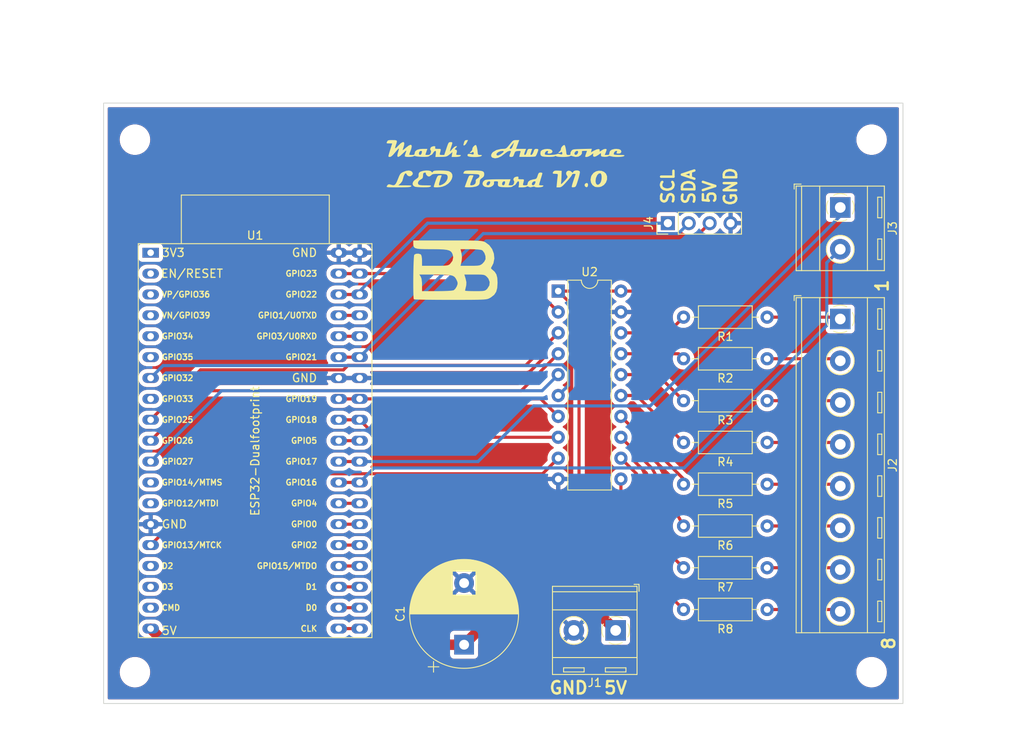
<source format=kicad_pcb>
(kicad_pcb (version 20211014) (generator pcbnew)
  (layers (0 "F.Cu" signal) (31 "B.Cu" signal) (34 "B.Paste" user) (35 "F.Paste" user) (36 "B.SilkS" user "B.Silkscreen") (37 "F.SilkS" user "F.Silkscreen") (38 "B.Mask" user) (39 "F.Mask" user) (44 "Edge.Cuts" user))
  (net 0 "")
  (net 1 "+5V")
  (net 2 "GND")
  (net 3 "Net-(J2-Pad1)")
  (net 4 "Net-(J2-Pad2)")
  (net 5 "Net-(J2-Pad3)")
  (net 6 "Net-(J2-Pad4)")
  (net 7 "Net-(J2-Pad5)")
  (net 8 "Net-(J2-Pad6)")
  (net 9 "Net-(J2-Pad7)")
  (net 10 "Net-(J2-Pad8)")
  (net 11 "Net-(U1-Pad27)")
  (net 12 "Net-(U1-Pad28)")
  (net 13 "Net-(U1-Pad36)")
  (net 14 "Net-(U1-Pad33)")
  (net 15 "Net-(R1-Pad2)")
  (net 16 "Net-(R2-Pad2)")
  (net 17 "Net-(R3-Pad2)")
  (net 18 "Net-(R4-Pad2)")
  (net 19 "Net-(R5-Pad2)")
  (net 20 "Net-(R6-Pad2)")
  (net 21 "Net-(R7-Pad2)")
  (net 22 "Net-(R8-Pad2)")
  (net 29 "Net-(U2-Pad6)")
  (net 31 "Net-(U2-Pad3)")
  (net 32 "Net-(U2-Pad4)")
  (net 33 "Net-(U2-Pad5)")
  (net 36 "Net-(U2-Pad9)")
  (net 40 "unconnected-(U1-Pad20)")
  (net 41 "unconnected-(U1-Pad21)")
  (net 42 "unconnected-(U1-Pad22)")
  (net 43 "unconnected-(U1-Pad23)")
  (net 44 "unconnected-(U1-Pad24)")
  (net 45 "unconnected-(U1-Pad25)")
  (net 46 "unconnected-(U1-Pad26)")
  (net 47 "unconnected-(U1-Pad29)")
  (net 48 "Net-(U2-Pad8)")
  (net 49 "Net-(U2-Pad7)")
  (net 50 "unconnected-(U1-Pad34)")
  (net 51 "unconnected-(U1-Pad35)")
  (net 52 "Net-(U2-Pad2)")
  (footprint "Resistor_THT:R_Axial_DIN0207_L6.3mm_D2.5mm_P10.16mm_Horizontal" (layer "F.Cu") (at 177.8 93.325 180)
    (fp_text reference "R2" (at 5.08 -2.37) (layer "F.SilkS"))
    (fp_text value "220")
    (pad "1" thru_hole circle (at 0 0 180) (size 1.6 1.6) (drill 0.8) (layers *.Cu *.Mask) (net 4 "Net-(J2-Pad2)"))
    (pad "2" thru_hole oval (at 10.16 0 180) (size 1.6 1.6) (drill 0.8) (layers *.Cu *.Mask) (net 16 "Net-(R2-Pad2)"))
  )
  (footprint "TerminalBlock_RND:TerminalBlock_RND_205-00293_1x08_P5.08mm_Horizontal" (layer "F.Cu") (at 186.69 88.49 -90)
    (fp_text reference "J2" (at 17.78 -6.36 90) (layer "F.SilkS"))
    (fp_text value "Screw_Terminal_01x08")
    (pad "1" thru_hole rect (at 0 0 270) (size 2.5 2.5) (drill 1.3) (layers *.Cu *.Mask) (net 3 "Net-(J2-Pad1)"))
    (pad "2" thru_hole circle (at 5.08 0 270) (size 2.5 2.5) (drill 1.3) (layers *.Cu *.Mask) (net 4 "Net-(J2-Pad2)"))
    (pad "3" thru_hole circle (at 10.16 0 270) (size 2.5 2.5) (drill 1.3) (layers *.Cu *.Mask) (net 5 "Net-(J2-Pad3)"))
    (pad "4" thru_hole circle (at 15.24 0 270) (size 2.5 2.5) (drill 1.3) (layers *.Cu *.Mask) (net 6 "Net-(J2-Pad4)"))
    (pad "5" thru_hole circle (at 20.32 0 270) (size 2.5 2.5) (drill 1.3) (layers *.Cu *.Mask) (net 7 "Net-(J2-Pad5)"))
    (pad "6" thru_hole circle (at 25.4 0 270) (size 2.5 2.5) (drill 1.3) (layers *.Cu *.Mask) (net 8 "Net-(J2-Pad6)"))
    (pad "7" thru_hole circle (at 30.48 0 270) (size 2.5 2.5) (drill 1.3) (layers *.Cu *.Mask) (net 9 "Net-(J2-Pad7)"))
    (pad "8" thru_hole circle (at 35.56 0 270) (size 2.5 2.5) (drill 1.3) (layers *.Cu *.Mask) (net 10 "Net-(J2-Pad8)"))
  )
  (footprint "TerminalBlock_RND:TerminalBlock_RND_205-00287_1x02_P5.08mm_Horizontal" (layer "F.Cu") (at 186.69 74.925 -90)
    (fp_text reference "J3" (at 2.54 -6.36 90) (layer "F.SilkS"))
    (fp_text value "Screw_Terminal_01x02")
    (pad "1" thru_hole rect (at 0 0 270) (size 2.5 2.5) (drill 1.3) (layers *.Cu *.Mask) (net 12 "Net-(U1-Pad28)"))
    (pad "2" thru_hole circle (at 5.08 0 270) (size 2.5 2.5) (drill 1.3) (layers *.Cu *.Mask) (net 11 "Net-(U1-Pad27)"))
  )
  (footprint "Resistor_THT:R_Axial_DIN0207_L6.3mm_D2.5mm_P10.16mm_Horizontal" (layer "F.Cu") (at 177.8 118.745 180)
    (fp_text reference "R7" (at 5.08 -2.37) (layer "F.SilkS"))
    (fp_text value "220")
    (pad "1" thru_hole circle (at 0 0 180) (size 1.6 1.6) (drill 0.8) (layers *.Cu *.Mask) (net 9 "Net-(J2-Pad7)"))
    (pad "2" thru_hole oval (at 10.16 0 180) (size 1.6 1.6) (drill 0.8) (layers *.Cu *.Mask) (net 21 "Net-(R7-Pad2)"))
  )
  (footprint "Resistor_THT:R_Axial_DIN0207_L6.3mm_D2.5mm_P10.16mm_Horizontal" (layer "F.Cu") (at 177.8 113.665 180)
    (fp_text reference "R6" (at 5.08 -2.37) (layer "F.SilkS"))
    (fp_text value "220")
    (pad "1" thru_hole circle (at 0 0 180) (size 1.6 1.6) (drill 0.8) (layers *.Cu *.Mask) (net 8 "Net-(J2-Pad6)"))
    (pad "2" thru_hole oval (at 10.16 0 180) (size 1.6 1.6) (drill 0.8) (layers *.Cu *.Mask) (net 20 "Net-(R6-Pad2)"))
  )
  (footprint "Connector_PinHeader_2.54mm:PinHeader_1x04_P2.54mm_Vertical" (layer "F.Cu") (at 165.735 76.835 90)
    (fp_text reference "J4" (at 0 -2.33 90) (layer "F.SilkS"))
    (fp_text value "Conn_01x04_Male")
    (pad "1" thru_hole rect (at 0 0 90) (size 1.7 1.7) (drill 1) (layers *.Cu *.Mask) (net 13 "Net-(U1-Pad36)"))
    (pad "2" thru_hole oval (at 0 2.54 90) (size 1.7 1.7) (drill 1) (layers *.Cu *.Mask) (net 14 "Net-(U1-Pad33)"))
    (pad "3" thru_hole oval (at 0 5.08 90) (size 1.7 1.7) (drill 1) (layers *.Cu *.Mask) (net 1 "+5V"))
    (pad "4" thru_hole oval (at 0 7.62 90) (size 1.7 1.7) (drill 1) (layers *.Cu *.Mask) (net 2 "GND"))
  )
  (footprint "Resistor_THT:R_Axial_DIN0207_L6.3mm_D2.5mm_P10.16mm_Horizontal" (layer "F.Cu") (at 177.8 98.425 180)
    (fp_text reference "R3" (at 5.08 -2.37) (layer "F.SilkS"))
    (fp_text value "220")
    (pad "1" thru_hole circle (at 0 0 180) (size 1.6 1.6) (drill 0.8) (layers *.Cu *.Mask) (net 5 "Net-(J2-Pad3)"))
    (pad "2" thru_hole oval (at 10.16 0 180) (size 1.6 1.6) (drill 0.8) (layers *.Cu *.Mask) (net 17 "Net-(R3-Pad2)"))
  )
  (footprint "ESP_LED:MarksLogo" (layer "F.Cu") (at 146.05 69.85)
    (fp_text reference "G***" hide)
    (fp_text value "LOGO" hide)
  )
  (footprint "MountingHole:MountingHole_2.7mm" (layer "F.Cu") (at 100.965 131.445)
    (fp_text reference "REF**" hide)
    (fp_text value "MountingHole_2.7mm")
    (pad "" np_thru_hole circle (at 0 0) (size 2.7 2.7) (drill 2.7) (layers *.Cu *.Mask))
  )
  (footprint "MountingHole:MountingHole_2.7mm" (layer "F.Cu") (at 190.5 66.675)
    (fp_text reference "REF**" hide)
    (fp_text value "MountingHole_2.7mm")
    (pad "" np_thru_hole circle (at 0 0) (size 2.7 2.7) (drill 2.7) (layers F&B.Cu *.Mask))
  )
  (footprint "MountingHole:MountingHole_2.7mm" (layer "F.Cu") (at 190.5 131.445)
    (fp_text reference "REF**" hide)
    (fp_text value "MountingHole_2.7mm")
    (pad "" np_thru_hole circle (at 0 0) (size 2.7 2.7) (drill 2.7) (layers F&B.Cu *.Mask))
  )
  (footprint "Resistor_THT:R_Axial_DIN0207_L6.3mm_D2.5mm_P10.16mm_Horizontal" (layer "F.Cu") (at 177.8 108.585 180)
    (fp_text reference "R5" (at 5.08 -2.37) (layer "F.SilkS"))
    (fp_text value "220")
    (pad "1" thru_hole circle (at 0 0 180) (size 1.6 1.6) (drill 0.8) (layers *.Cu *.Mask) (net 7 "Net-(J2-Pad5)"))
    (pad "2" thru_hole oval (at 10.16 0 180) (size 1.6 1.6) (drill 0.8) (layers *.Cu *.Mask) (net 19 "Net-(R5-Pad2)"))
  )
  (footprint "MountingHole:MountingHole_2.7mm" (layer "F.Cu") (at 100.965 66.675)
    (fp_text reference "REF**" hide)
    (fp_text value "MountingHole_2.7mm")
    (pad "" np_thru_hole circle (at 0 0) (size 2.7 2.7) (drill 2.7) (layers F&B.Cu *.Mask))
  )
  (footprint "Capacitor_THT:CP_Radial_D13.0mm_P7.50mm" (layer "F.Cu") (at 140.97 128.105864 90)
    (fp_text reference "C1" (at 3.75 -7.75 90) (layer "F.SilkS"))
    (fp_text value "C_Polarized 470 uF")
    (pad "1" thru_hole rect (at 0 0 90) (size 2.4 2.4) (drill 1.2) (layers *.Cu *.Mask) (net 1 "+5V"))
    (pad "2" thru_hole circle (at 7.5 0 90) (size 2.4 2.4) (drill 1.2) (layers *.Cu *.Mask) (net 2 "GND"))
  )
  (footprint "Resistor_THT:R_Axial_DIN0207_L6.3mm_D2.5mm_P10.16mm_Horizontal" (layer "F.Cu") (at 177.8 123.825 180)
    (fp_text reference "R8" (at 5.08 -2.37) (layer "F.SilkS"))
    (fp_text value "220")
    (pad "1" thru_hole circle (at 0 0 180) (size 1.6 1.6) (drill 0.8) (layers *.Cu *.Mask) (net 10 "Net-(J2-Pad8)"))
    (pad "2" thru_hole oval (at 10.16 0 180) (size 1.6 1.6) (drill 0.8) (layers *.Cu *.Mask) (net 22 "Net-(R8-Pad2)"))
  )
  (footprint "Package_DIP:DIP-20_W7.62mm" (layer "F.Cu") (at 152.41 85.095)
    (fp_text reference "U2" (at 3.81 -2.33) (layer "F.SilkS"))
    (fp_text value "74AHCT245")
    (pad "1" thru_hole rect (at 0 0) (size 1.6 1.6) (drill 0.8) (layers *.Cu *.Mask) (net 1 "+5V"))
    (pad "2" thru_hole oval (at 0 2.54) (size 1.6 1.6) (drill 0.8) (layers *.Cu *.Mask) (net 52 "Net-(U2-Pad2)"))
    (pad "3" thru_hole oval (at 0 5.08) (size 1.6 1.6) (drill 0.8) (layers *.Cu *.Mask) (net 31 "Net-(U2-Pad3)"))
    (pad "4" thru_hole oval (at 0 7.62) (size 1.6 1.6) (drill 0.8) (layers *.Cu *.Mask) (net 32 "Net-(U2-Pad4)"))
    (pad "5" thru_hole oval (at 0 10.16) (size 1.6 1.6) (drill 0.8) (layers *.Cu *.Mask) (net 33 "Net-(U2-Pad5)"))
    (pad "6" thru_hole oval (at 0 12.7) (size 1.6 1.6) (drill 0.8) (layers *.Cu *.Mask) (net 29 "Net-(U2-Pad6)"))
    (pad "7" thru_hole oval (at 0 15.24) (size 1.6 1.6) (drill 0.8) (layers *.Cu *.Mask) (net 49 "Net-(U2-Pad7)"))
    (pad "8" thru_hole oval (at 0 17.78) (size 1.6 1.6) (drill 0.8) (layers *.Cu *.Mask) (net 48 "Net-(U2-Pad8)"))
    (pad "9" thru_hole oval (at 0 20.32) (size 1.6 1.6) (drill 0.8) (layers *.Cu *.Mask) (net 36 "Net-(U2-Pad9)"))
    (pad "10" thru_hole oval (at 0 22.86) (size 1.6 1.6) (drill 0.8) (layers *.Cu *.Mask) (net 2 "GND"))
    (pad "11" thru_hole oval (at 7.62 22.86) (size 1.6 1.6) (drill 0.8) (layers *.Cu *.Mask) (net 22 "Net-(R8-Pad2)"))
    (pad "12" thru_hole oval (at 7.62 20.32) (size 1.6 1.6) (drill 0.8) (layers *.Cu *.Mask) (net 21 "Net-(R7-Pad2)"))
    (pad "13" thru_hole oval (at 7.62 17.78) (size 1.6 1.6) (drill 0.8) (layers *.Cu *.Mask) (net 20 "Net-(R6-Pad2)"))
    (pad "14" thru_hole oval (at 7.62 15.24) (size 1.6 1.6) (drill 0.8) (layers *.Cu *.Mask) (net 19 "Net-(R5-Pad2)"))
    (pad "15" thru_hole oval (at 7.62 12.7) (size 1.6 1.6) (drill 0.8) (layers *.Cu *.Mask) (net 18 "Net-(R4-Pad2)"))
    (pad "16" thru_hole oval (at 7.62 10.16) (size 1.6 1.6) (drill 0.8) (layers *.Cu *.Mask) (net 17 "Net-(R3-Pad2)"))
    (pad "17" thru_hole oval (at 7.62 7.62) (size 1.6 1.6) (drill 0.8) (layers *.Cu *.Mask) (net 16 "Net-(R2-Pad2)"))
    (pad "18" thru_hole oval (at 7.62 5.08) (size 1.6 1.6) (drill 0.8) (layers *.Cu *.Mask) (net 15 "Net-(R1-Pad2)"))
    (pad "19" thru_hole oval (at 7.62 2.54) (size 1.6 1.6) (drill 0.8) (layers *.Cu *.Mask) (net 2 "GND"))
    (pad "20" thru_hole oval (at 7.62 0) (size 1.6 1.6) (drill 0.8) (layers *.Cu *.Mask) (net 1 "+5V"))
  )
  (footprint "Resistor_THT:R_Axial_DIN0207_L6.3mm_D2.5mm_P10.16mm_Horizontal" (layer "F.Cu") (at 177.8 88.265 180)
    (fp_text reference "R1" (at 5.08 -2.37) (layer "F.SilkS"))
    (fp_text value "220")
    (pad "1" thru_hole circle (at 0 0 180) (size 1.6 1.6) (drill 0.8) (layers *.Cu *.Mask) (net 3 "Net-(J2-Pad1)"))
    (pad "2" thru_hole oval (at 10.16 0 180) (size 1.6 1.6) (drill 0.8) (layers *.Cu *.Mask) (net 15 "Net-(R1-Pad2)"))
  )
  (footprint "Espressif:ESP32-DualFootprint" (layer "F.Cu") (at 102.87 80.42656)
    (fp_text reference "U1" (at 12.7 -2.1) (layer "F.SilkS"))
    (fp_text value "ESP32-Dualfootprint" (at 12.7 24.13 90) (layer "F.SilkS"))
    (fp_text user "GND" (at 1.27 33.02 unlocked) (layer "F.SilkS") (effects (justify left)))
    (fp_text user "GPIO18" (at 20.32 20.32 unlocked) (layer "F.SilkS") (effects (font (size 0.7 0.7)) (justify right)))
    (fp_text user "GPIO34" (at 1.27 10.16 unlocked) (layer "F.SilkS") (effects (font (size 0.7 0.7)) (justify left)))
    (fp_text user "GPIO4" (at 20.32 30.48 unlocked) (layer "F.SilkS") (effects (font (size 0.7 0.7)) (justify right)))
    (fp_text user "GPIO22" (at 20.32 5.08 unlocked) (layer "F.SilkS") (effects (font (size 0.7 0.7)) (justify right)))
    (fp_text user "GPIO3/U0RXD" (at 20.32 10.16 unlocked) (layer "F.SilkS") (effects (font (size 0.7 0.7)) (justify right)))
    (fp_text user "GPIO13/MTCK" (at 1.27 35.56 unlocked) (layer "F.SilkS") (effects (font (size 0.7 0.7)) (justify left)))
    (fp_text user "GPIO16" (at 20.32 27.94 unlocked) (layer "F.SilkS") (effects (font (size 0.7 0.7)) (justify right)))
    (fp_text user "D3" (at 1.27 40.64 unlocked) (layer "F.SilkS") (effects (font (size 0.7 0.7)) (justify left)))
    (fp_text user "GND" (at 20.32 15.24 unlocked) (layer "F.SilkS") (effects (justify right)))
    (fp_text user "GPIO14/MTMS" (at 1.27 27.94 unlocked) (layer "F.SilkS") (effects (font (size 0.7 0.7)) (justify left)))
    (fp_text user "GPIO15/MTDO" (at 20.32 38.1 unlocked) (layer "F.SilkS") (effects (font (size 0.7 0.7)) (justify right)))
    (fp_text user "3V3" (at 1.27 0 unlocked) (layer "F.SilkS") (effects (justify left)))
    (fp_text user "GPIO12/MTDI" (at 1.27 30.48 unlocked) (layer "F.SilkS") (effects (font (size 0.7 0.7)) (justify left)))
    (fp_text user "CMD" (at 1.27 43.18 unlocked) (layer "F.SilkS") (effects (font (size 0.7 0.7)) (justify left)))
    (fp_text user "GPIO1/U0TXD" (at 20.32 7.62 unlocked) (layer "F.SilkS") (effects (font (size 0.7 0.7)) (justify right)))
    (fp_text user "GPIO27" (at 1.27 25.4 unlocked) (layer "F.SilkS") (effects (font (size 0.7 0.7)) (justify left)))
    (fp_text user "GPIO25" (at 1.27 20.32 unlocked) (layer "F.SilkS") (effects (font (size 0.7 0.7)) (justify left)))
    (fp_text user "5V" (at 1.26632 45.97128 unlocked) (layer "F.SilkS") (effects (justify left)))
    (fp_text user "GPIO0" (at 20.32 33.02 unlocked) (layer "F.SilkS") (effects (font (size 0.7 0.7)) (justify right)))
    (fp_text user "GPIO33" (at 1.27 17.78 unlocked) (layer "F.SilkS") (effects (font (size 0.7 0.7)) (justify left)))
    (fp_text user "GPIO26" (at 1.27 22.86 unlocked) (layer "F.SilkS") (effects (font (size 0.7 0.7)) (justify left)))
    (fp_text user "GPIO21" (at 20.32 12.7 unlocked) (layer "F.SilkS") (effects (font (size 0.7 0.7)) (justify right)))
    (fp_text user "GND" (at 20.32 0 unlocked) (layer "F.SilkS") (effects (justify right)))
    (fp_text user "VP/GPIO36" (at 1.27 5.08 unlocked) (layer "F.SilkS") (effects (font (size 0.7 0.7)) (justify left)))
    (fp_text user "GPIO23" (at 20.32 2.54 unlocked) (layer "F.SilkS") (effects (font (size 0.7 0.7)) (justify right)))
    (fp_text user "GPIO2" (at 20.32 35.56 unlocked) (layer "F.SilkS") (effects (font (size 0.7 0.7)) (justify right)))
    (fp_text user "GPIO19" (at 20.32 17.78 unlocked) (layer "F.SilkS") (effects (font (size 0.7 0.7)) (justify right)))
    (fp_text user "D0" (at 20.32 43.18 unlocked) (layer "F.SilkS") (effects (font (size 0.7 0.7)) (justify right)))
    (fp_text user "CLK" (at 20.32 45.72 unlocked) (layer "F.SilkS") (effects (font (size 0.7 0.7)) (justify right)))
    (fp_text user "GPIO35" (at 1.27 12.7 unlocked) (layer "F.SilkS") (effects (font (size 0.7 0.7)) (justify left)))
    (fp_text user "EN/RESET" (at 8.88632 2.53728 unlocked) (layer "F.SilkS") (effects (justify right)))
    (fp_text user "D2" (at 1.27 38.1 unlocked) (layer "F.SilkS") (effects (font (size 0.7 0.7)) (justify left)))
    (fp_text user "VN/GPIO39" (at 1.27 7.62 unlocked) (layer "F.SilkS") (effects (font (size 0.7 0.7)) (justify left)))
    (fp_text user "GPIO17" (at 20.32 25.4 unlocked) (layer "F.SilkS") (effects (font (size 0.7 0.7)) (justify right)))
    (fp_text user "D1" (at 20.32 40.64 unlocked) (layer "F.SilkS") (effects (font (size 0.7 0.7)) (justify right)))
    (fp_text user "GPIO5" (at 20.32 22.86 unlocked) (layer "F.SilkS") (effects (font (size 0.7 0.7)) (justify right)))
    (fp_text user "GPIO32" (at 1.27 15.24 unlocked) (layer "F.SilkS") (effects (font (size 0.7 0.7)) (justify left)))
    (pad "1" thru_hole rect (at 0 0 270) (size 1.2 2) (drill 0.8) (layers *.Cu *.Mask))
    (pad "2" thru_hole oval (at 0 2.54 270) (size 1.2 2) (drill 0.8) (layers *.Cu *.Mask))
    (pad "3" thru_hole oval (at 0 5.08 270) (size 1.2 2) (drill 0.8) (layers *.Cu *.Mask))
    (pad "4" thru_hole oval (at 0 7.62 270) (size 1.2 2) (drill 0.8) (layers *.Cu *.Mask))
    (pad "5" thru_hole oval (at 0 10.16 270) (size 1.2 2) (drill 0.8) (layers *.Cu *.Mask))
    (pad "6" thru_hole oval (at 0 12.7 270) (size 1.2 2) (drill 0.8) (layers *.Cu *.Mask))
    (pad "7" thru_hole oval (at 0 15.24 270) (size 1.2 2) (drill 0.8) (layers *.Cu *.Mask) (net 29 "Net-(U2-Pad6)"))
    (pad "8" thru_hole oval (at 0 17.78 270) (size 1.2 2) (drill 0.8) (layers *.Cu *.Mask))
    (pad "9" thru_hole oval (at 0 20.32 270) (size 1.2 2) (drill 0.8) (layers *.Cu *.Mask) (net 31 "Net-(U2-Pad3)"))
    (pad "10" thru_hole oval (at 0 22.86 270) (size 1.2 2) (drill 0.8) (layers *.Cu *.Mask) (net 32 "Net-(U2-Pad4)"))
    (pad "11" thru_hole oval (at 0 25.4 270) (size 1.2 2) (drill 0.8) (layers *.Cu *.Mask) (net 33 "Net-(U2-Pad5)"))
    (pad "12" thru_hole oval (at 0 27.94 270) (size 1.2 2) (drill 0.8) (layers *.Cu *.Mask))
    (pad "13" thru_hole oval (at 0 30.48 270) (size 1.2 2) (drill 0.8) (layers *.Cu *.Mask))
    (pad "14" thru_hole oval (at 0 33.02 270) (size 1.2 2) (drill 0.8) (layers *.Cu *.Mask) (net 2 "GND"))
    (pad "15" thru_hole oval (at 0 35.56 270) (size 1.2 2) (drill 0.8) (layers *.Cu *.Mask) (net 36 "Net-(U2-Pad9)"))
    (pad "16" thru_hole oval (at 0 38.1 270) (size 1.2 2) (drill 0.8) (layers *.Cu *.Mask))
    (pad "17" thru_hole oval (at 0 40.64 270) (size 1.2 2) (drill 0.8) (layers *.Cu *.Mask))
    (pad "18" thru_hole oval (at 0 43.18 270) (size 1.2 2) (drill 0.8) (layers *.Cu *.Mask))
    (pad "19" thru_hole oval (at 0 45.72 270) (size 1.2 2) (drill 0.8) (layers *.Cu *.Mask) (net 1 "+5V"))
    (pad "20" thru_hole oval (at 22.86 45.72 270) (size 1.2 2) (drill 0.8) (layers *.Mask "F.Cu" "In1.Cu" "B.Cu") (net 40 "unconnected-(U1-Pad20)"))
    (pad "20" thru_hole oval (at 25.39632 45.71728 270) (size 1.2 2) (drill 0.8) (layers *.Cu *.Mask) (net 40 "unconnected-(U1-Pad20)"))
    (pad "21" thru_hole oval (at 25.39632 43.17728 270) (size 1.2 2) (drill 0.8) (layers *.Cu *.Mask) (net 41 "unconnected-(U1-Pad21)"))
    (pad "21" thru_hole oval (at 22.86 43.18 270) (size 1.2 2) (drill 0.8) (layers *.Mask "F.Cu" "In1.Cu" "B.Cu") (net 41 "unconnected-(U1-Pad21)"))
    (pad "22" thru_hole oval (at 25.4 40.64 270) (size 1.2 2) (drill 0.8) (layers *.Cu *.Mask) (net 42 "unconnected-(U1-Pad22)"))
    (pad "22" thru_hole oval (at 22.86368 40.64272 270) (size 1.2 2) (drill 0.8) (layers *.Mask "F.Cu" "In1.Cu" "B.Cu") (net 42 "unconnected-(U1-Pad22)"))
    (pad "23" thru_hole oval (at 25.4 38.1 270) (size 1.2 2) (drill 0.8) (layers *.Cu *.Mask) (net 43 "unconnected-(U1-Pad23)"))
    (pad "23" thru_hole oval (at 22.86368 38.10272 270) (size 1.2 2) (drill 0.8) (layers *.Mask "F.Cu" "In1.Cu" "B.Cu") (net 43 "unconnected-(U1-Pad23)"))
    (pad "24" thru_hole oval (at 22.86368 35.56272 270) (size 1.2 2) (drill 0.8) (layers *.Mask "F.Cu" "In1.Cu" "B.Cu") (net 44 "unconnected-(U1-Pad24)"))
    (pad "24" thru_hole oval (at 25.4 35.56 270) (size 1.2 2) (drill 0.8) (layers *.Cu *.Mask) (net 44 "unconnected-(U1-Pad24)"))
    (pad "25" thru_hole oval (at 22.86368 33.02272 270) (size 1.2 2) (drill 0.8) (layers *.Mask "F.Cu" "In1.Cu" "B.Cu") (net 45 "unconnected-(U1-Pad25)"))
    (pad "25" thru_hole oval (at 25.4 33.02 270) (size 1.2 2) (drill 0.8) (layers *.Cu *.Mask) (net 45 "unconnected-(U1-Pad25)"))
    (pad "26" thru_hole oval (at 25.4 30.48 270) (size 1.2 2) (drill 0.8) (layers *.Cu *.Mask) (net 46 "unconnected-(U1-Pad26)"))
    (pad "26" thru_hole oval (at 22.86368 30.48272 270) (size 1.2 2) (drill 0.8) (layers *.Mask "F.Cu" "In1.Cu" "B.Cu") (net 46 "unconnected-(U1-Pad26)"))
    (pad "27" thru_hole oval (at 22.86368 27.94272 270) (size 1.2 2) (drill 0.8) (layers *.Mask "F.Cu" "In1.Cu" "B.Cu") (net 11 "Net-(U1-Pad27)"))
    (pad "27" thru_hole oval (at 25.4 27.94 270) (size 1.2 2) (drill 0.8) (layers *.Cu *.Mask) (net 11 "Net-(U1-Pad27)"))
    (pad "28" thru_hole oval (at 25.4 25.4 270) (size 1.2 2) (drill 0.8) (layers *.Cu *.Mask) (net 12 "Net-(U1-Pad28)"))
    (pad "28" thru_hole oval (at 22.86368 25.40272 270) (size 1.2 2) (drill 0.8) (layers *.Mask "F.Cu" "In1.Cu" "B.Cu") (net 12 "Net-(U1-Pad28)"))
    (pad "29" thru_hole oval (at 25.4 22.86 270) (size 1.2 2) (drill 0.8) (layers *.Cu *.Mask) (net 47 "unconnected-(U1-Pad29)"))
    (pad "29" thru_hole oval (at 22.86368 22.86272 270) (size 1.2 2) (drill 0.8) (layers *.Mask "F.Cu" "In1.Cu" "B.Cu") (net 47 "unconnected-(U1-Pad29)"))
    (pad "30" thru_hole oval (at 22.86368 20.32272 270) (size 1.2 2) (drill 0.8) (layers *.Mask "F.Cu" "In1.Cu" "B.Cu") (net 48 "Net-(U2-Pad8)"))
    (pad "30" thru_hole oval (at 25.4 20.32 270) (size 1.2 2) (drill 0.8) (layers *.Cu *.Mask) (net 48 "Net-(U2-Pad8)"))
    (pad "31" thru_hole oval (at 22.86368 17.78272 270) (size 1.2 2) (drill 0.8) (layers *.Mask "F.Cu" "In1.Cu" "B.Cu") (net 49 "Net-(U2-Pad7)"))
    (pad "31" thru_hole oval (at 25.4 17.78 270) (size 1.2 2) (drill 0.8) (layers *.Cu *.Mask) (net 49 "Net-(U2-Pad7)"))
    (pad "32" thru_hole oval (at 25.4 15.24 270) (size 1.2 2) (drill 0.8) (layers *.Cu *.Mask) (net 2 "GND"))
    (pad "32" thru_hole oval (at 22.86368 15.24272 270) (size 1.2 2) (drill 0.8) (layers *.Mask "F.Cu" "In1.Cu" "B.Cu") (net 2 "GND"))
    (pad "33" thru_hole oval (at 22.86368 12.70272 270) (size 1.2 2) (drill 0.8) (layers *.Mask "F.Cu" "In1.Cu" "B.Cu") (net 14 "Net-(U1-Pad33)"))
    (pad "33" thru_hole oval (at 25.4 12.7 270) (size 1.2 2) (drill 0.8) (layers *.Cu *.Mask) (net 14 "Net-(U1-Pad33)"))
    (pad "34" thru_hole oval (at 22.86368 10.16272 270) (size 1.2 2) (drill 0.8) (layers *.Mask "F.Cu" "In1.Cu" "B.Cu") (net 50 "unconnected-(U1-Pad34)"))
    (pad "34" thru_hole oval (at 25.4 10.16 270) (size 1.2 2) (drill 0.8) (layers *.Cu *.Mask) (net 50 "unconnected-(U1-Pad34)"))
    (pad "35" thru_hole oval (at 22.86368 7.62272 270) (size 1.2 2) (drill 0.8) (layers *.Mask "F.Cu" "In1.Cu" "B.Cu") (net 51 "unconnected-(U1-Pad35)"))
    (pad "35" thru_hole oval (at 25.4 7.62 270) (size 1.2 2) (drill 0.8) (layers *.Cu *.Mask) (net 51 "unconnected-(U1-Pad35)"))
    (pad "36" thru_hole oval (at 22.86368 5.08272 270) (size 1.2 2) (drill 0.8) (layers *.Mask "F.Cu" "In1.Cu" "B.Cu") (net 13 "Net-(U1-Pad36)"))
    (pad "36" thru_hole oval (at 25.4 5.08 270) (size 1.2 2) (drill 0.8) (layers *.Cu *.Mask) (net 13 "Net-(U1-Pad36)"))
    (pad "37" thru_hole oval (at 25.4 2.54 270) (size 1.2 2) (drill 0.8) (layers *.Cu *.Mask) (net 52 "Net-(U2-Pad2)"))
    (pad "37" thru_hole oval (at 22.86368 2.54272 270) (size 1.2 2) (drill 0.8) (layers *.Mask "F.Cu" "In1.Cu" "B.Cu") (net 52 "Net-(U2-Pad2)"))
    (pad "38" thru_hole oval (at 25.4 0 270) (size 1.2 2) (drill 0.8) (layers *.Cu *.Mask) (net 2 "GND"))
    (pad "38" thru_hole oval (at 22.86368 0.00272 270) (size 1.2 2) (drill 0.8) (layers *.Mask "F.Cu" "In1.Cu" "B.Cu") (net 2 "GND"))
  )
  (footprint "Resistor_THT:R_Axial_DIN0207_L6.3mm_D2.5mm_P10.16mm_Horizontal" (layer "F.Cu") (at 177.8 103.505 180)
    (fp_text reference "R4" (at 5.08 -2.37) (layer "F.SilkS"))
    (fp_text value "220")
    (pad "1" thru_hole circle (at 0 0 180) (size 1.6 1.6) (drill 0.8) (layers *.Cu *.Mask) (net 6 "Net-(J2-Pad4)"))
    (pad "2" thru_hole oval (at 10.16 0 180) (size 1.6 1.6) (drill 0.8) (layers *.Cu *.Mask) (net 18 "Net-(R4-Pad2)"))
  )
  (footprint "TerminalBlock_RND:TerminalBlock_RND_205-00287_1x02_P5.08mm_Horizontal" (layer "F.Cu") (at 159.39 126.365 180)
    (fp_text reference "J1" (at 2.54 -6.36) (layer "F.SilkS"))
    (fp_text value "Screw_Terminal_01x02")
    (pad "1" thru_hole rect (at 0 0 180) (size 2.5 2.5) (drill 1.3) (layers *.Cu *.Mask) (net 1 "+5V"))
    (pad "2" thru_hole circle (at 5.08 0 180) (size 2.5 2.5) (drill 1.3) (layers *.Cu *.Mask) (net 2 "GND"))
  )
  (footprint "ESP_LED:BBLogo" (layer "F.Cu") (at 139.7 82.55)
    (fp_text reference "G***" hide)
    (fp_text value "LOGO" hide)
  )
  (gr_rect (start 194.31 135.255) (end 97.155 62.23) (layer "Edge.Cuts") (width 0.1) (fill none))
  (gr_text "GND" (at 153.67 133.35) (layer "F.SilkS") (effects (font (size 1.5 1.5) (thickness 0.3))))
  (gr_text "SCL" (at 165.735 72.39 90) (layer "F.SilkS") (effects (font (size 1.5 1.5) (thickness 0.3))))
  (gr_text "5V" (at 170.815 73.025 90) (layer "F.SilkS") (effects (font (size 1.5 1.5) (thickness 0.3))))
  (gr_text "8" (at 192.58 127.95 90) (layer "F.SilkS") (effects (font (size 1.5 1.5) (thickness 0.3))))
  (gr_text "SDA" (at 168.275 72.39 90) (layer "F.SilkS") (effects (font (size 1.5 1.5) (thickness 0.3))))
  (gr_text "GND" (at 173.355 72.39 90) (layer "F.SilkS") (effects (font (size 1.5 1.5) (thickness 0.3))))
  (gr_text "1" (at 191.77 84.455 90) (layer "F.SilkS") (effects (font (size 1.5 1.5) (thickness 0.3))))
  (gr_text "5V" (at 159.385 133.35) (layer "F.SilkS") (effects (font (size 1.5 1.5) (thickness 0.3))))
  (segment (start 170.815 76.835) (end 162.555 85.095) (width 0.381) (layer "F.Cu") (net 1))
  (segment (start 159.39 126.365) (end 156.215 123.19) (width 1.27) (layer "F.Cu") (net 1))
  (segment (start 154.94 121.915) (end 159.39 126.365) (width 0.381) (layer "F.Cu") (net 1))
  (segment (start 156.215 123.19) (end 145.885864 123.19) (width 1.27) (layer "F.Cu") (net 1))
  (segment (start 154.94 87.625) (end 154.94 121.915) (width 0.381) (layer "F.Cu") (net 1))
  (segment (start 159.39 126.365) (end 158.8395 125.8145) (width 0.381) (layer "F.Cu") (net 1))
  (segment (start 160.03 85.095) (end 152.41 85.095) (width 0.381) (layer "F.Cu") (net 1))
  (segment (start 104.829304 128.105864) (end 102.87 126.14656) (width 1.27) (layer "F.Cu") (net 1))
  (segment (start 162.555 85.095) (end 160.03 85.095) (width 0.381) (layer "F.Cu") (net 1))
  (segment (start 140.97 128.105864) (end 104.829304 128.105864) (width 1.27) (layer "F.Cu") (net 1))
  (segment (start 159.39 126.365) (end 159.385 126.365) (width 1.27) (layer "F.Cu") (net 1))
  (segment (start 145.885864 123.19) (end 140.97 128.105864) (width 1.27) (layer "F.Cu") (net 1))
  (segment (start 152.41 85.095) (end 154.94 87.625) (width 0.381) (layer "F.Cu") (net 1))
  (segment (start 128.26728 95.66928) (end 128.27 95.66656) (width 0.381) (layer "F.Cu") (net 2))
  (segment (start 125.73368 95.66928) (end 128.26728 95.66928) (width 0.381) (layer "F.Cu") (net 2))
  (segment (start 186.465 88.265) (end 186.69 88.49) (width 0.381) (layer "F.Cu") (net 3))
  (segment (start 177.8 88.265) (end 186.465 88.265) (width 0.381) (layer "F.Cu") (net 3))
  (segment (start 186.445 93.325) (end 186.69 93.57) (width 0.381) (layer "F.Cu") (net 4))
  (segment (start 177.8 93.325) (end 186.445 93.325) (width 0.381) (layer "F.Cu") (net 4))
  (segment (start 177.8 98.425) (end 186.465 98.425) (width 0.381) (layer "F.Cu") (net 5))
  (segment (start 186.465 98.425) (end 186.69 98.65) (width 0.381) (layer "F.Cu") (net 5))
  (segment (start 177.8 103.505) (end 186.465 103.505) (width 0.381) (layer "F.Cu") (net 6))
  (segment (start 186.465 103.505) (end 186.69 103.73) (width 0.381) (layer "F.Cu") (net 6))
  (segment (start 177.8 108.585) (end 186.465 108.585) (width 0.381) (layer "F.Cu") (net 7))
  (segment (start 186.465 108.585) (end 186.69 108.81) (width 0.381) (layer "F.Cu") (net 7))
  (segment (start 177.8 113.665) (end 186.465 113.665) (width 0.381) (layer "F.Cu") (net 8))
  (segment (start 186.465 113.665) (end 186.69 113.89) (width 0.381) (layer "F.Cu") (net 8))
  (segment (start 177.8 118.745) (end 186.465 118.745) (width 0.381) (layer "F.Cu") (net 9))
  (segment (start 186.465 118.745) (end 186.69 118.97) (width 0.381) (layer "F.Cu") (net 9))
  (segment (start 186.465 123.825) (end 186.69 124.05) (width 0.381) (layer "F.Cu") (net 10))
  (segment (start 177.8 123.825) (end 186.465 123.825) (width 0.381) (layer "F.Cu") (net 10))
  (segment (start 128.26728 108.36928) (end 128.27 108.36656) (width 0.381) (layer "F.Cu") (net 11))
  (segment (start 125.73368 108.36928) (end 128.26728 108.36928) (width 0.381) (layer "F.Cu") (net 11))
  (segment (start 128.27 108.36656) (end 130.03106 106.6055) (width 0.381) (layer "B.Cu") (net 11))
  (segment (start 185.0495 89.2705) (end 185.0495 81.6455) (width 0.381) (layer "B.Cu") (net 11))
  (segment (start 185.0495 81.6455) (end 186.69 80.005) (width 0.381) (layer "B.Cu") (net 11))
  (segment (start 130.03106 106.6055) (end 167.7145 106.6055) (width 0.381) (layer "B.Cu") (net 11))
  (segment (start 167.7145 106.6055) (end 185.0495 89.2705) (width 0.381) (layer "B.Cu") (net 11))
  (segment (start 128.26728 105.82928) (end 128.27 105.82656) (width 0.381) (layer "F.Cu") (net 12))
  (segment (start 125.73368 105.82928) (end 128.26728 105.82928) (width 0.381) (layer "F.Cu") (net 12))
  (segment (start 186.69 75.958622) (end 186.69 74.925) (width 0.381) (layer "B.Cu") (net 12))
  (segment (start 128.27 105.82656) (end 142.660098 105.82656) (width 0.381) (layer "B.Cu") (net 12))
  (segment (start 149.426658 99.06) (end 163.588622 99.06) (width 0.381) (layer "B.Cu") (net 12))
  (segment (start 142.660098 105.82656) (end 149.426658 99.06) (width 0.381) (layer "B.Cu") (net 12))
  (segment (start 163.588622 99.06) (end 186.69 75.958622) (width 0.381) (layer "B.Cu") (net 12))
  (segment (start 128.26728 85.50928) (end 128.27 85.50656) (width 0.381) (layer "F.Cu") (net 13))
  (segment (start 125.73368 85.50928) (end 128.26728 85.50928) (width 0.381) (layer "F.Cu") (net 13))
  (segment (start 128.27 85.50656) (end 128.27 85.10656) (width 0.381) (layer "B.Cu") (net 13))
  (segment (start 136.54156 76.835) (end 165.735 76.835) (width 0.381) (layer "B.Cu") (net 13))
  (segment (start 128.27 85.10656) (end 136.54156 76.835) (width 0.381) (layer "B.Cu") (net 13))
  (segment (start 128.26728 93.12928) (end 128.27 93.12656) (width 0.381) (layer "F.Cu") (net 14))
  (segment (start 125.73368 93.12928) (end 128.26728 93.12928) (width 0.381) (layer "F.Cu") (net 14))
  (segment (start 143.29156 78.105) (end 167.005 78.105) (width 0.381) (layer "B.Cu") (net 14))
  (segment (start 128.27 93.12656) (end 143.29156 78.105) (width 0.381) (layer "B.Cu") (net 14))
  (segment (start 167.005 78.105) (end 168.275 76.835) (width 0.381) (layer "B.Cu") (net 14))
  (segment (start 165.73 90.175) (end 167.64 88.265) (width 0.381) (layer "F.Cu") (net 15))
  (segment (start 160.03 90.175) (end 165.73 90.175) (width 0.381) (layer "F.Cu") (net 15))
  (segment (start 167.03 92.715) (end 167.64 93.325) (width 0.381) (layer "F.Cu") (net 16))
  (segment (start 160.03 92.715) (end 167.03 92.715) (width 0.381) (layer "F.Cu") (net 16))
  (segment (start 164.47 95.255) (end 167.64 98.425) (width 0.381) (layer "F.Cu") (net 17))
  (segment (start 160.03 95.255) (end 164.47 95.255) (width 0.381) (layer "F.Cu") (net 17))
  (segment (start 160.03 97.795) (end 161.93 97.795) (width 0.381) (layer "F.Cu") (net 18))
  (segment (start 161.93 97.795) (end 167.64 103.505) (width 0.381) (layer "F.Cu") (net 18))
  (segment (start 160.03 100.335) (end 167.64 107.945) (width 0.381) (layer "F.Cu") (net 19))
  (segment (start 167.64 107.945) (end 167.64 108.585) (width 0.381) (layer "F.Cu") (net 19))
  (segment (start 163.83 106.68) (end 167.64 113.665) (width 0.381) (layer "F.Cu") (net 20))
  (segment (start 160.03 102.875) (end 163.83 106.68) (width 0.381) (layer "F.Cu") (net 20))
  (segment (start 166.4495 117.5545) (end 167.64 118.745) (width 0.381) (layer "F.Cu") (net 21))
  (segment (start 161.925 107.315) (end 166.4495 117.5545) (width 0.381) (layer "F.Cu") (net 21))
  (segment (start 160.03 105.415) (end 161.925 107.315) (width 0.381) (layer "F.Cu") (net 21))
  (segment (start 160.03 116.215) (end 167.64 123.825) (width 0.381) (layer "F.Cu") (net 22))
  (segment (start 160.03 107.955) (end 160.03 116.215) (width 0.381) (layer "F.Cu") (net 22))
  (segment (start 150.612901 94.155279) (end 150.70368 94.0645) (width 0.381) (layer "B.Cu") (net 29))
  (segment (start 152.903122 94.0645) (end 153.67 94.831378) (width 0.381) (layer "B.Cu") (net 29))
  (segment (start 153.67 96.535) (end 152.41 97.795) (width 0.381) (layer "B.Cu") (net 29))
  (segment (start 102.87 95.66656) (end 104.381281 94.155279) (width 0.381) (layer "B.Cu") (net 29))
  (segment (start 153.67 94.831378) (end 153.67 96.535) (width 0.381) (layer "B.Cu") (net 29))
  (segment (start 104.381281 94.155279) (end 150.612901 94.155279) (width 0.381) (layer "B.Cu") (net 29))
  (segment (start 150.70368 94.0645) (end 152.903122 94.0645) (width 0.381) (layer "B.Cu") (net 29))
  (segment (start 148.46794 94.11706) (end 152.41 90.175) (width 0.381) (layer "F.Cu") (net 31))
  (segment (start 126.30122 94.67878) (end 126.86294 94.11706) (width 0.381) (layer "F.Cu") (net 31))
  (segment (start 126.86294 94.11706) (end 148.46794 94.11706) (width 0.381) (layer "F.Cu") (net 31))
  (segment (start 102.87 100.74656) (end 108.93778 94.67878) (width 0.381) (layer "F.Cu") (net 31))
  (segment (start 108.93778 94.67878) (end 126.30122 94.67878) (width 0.381) (layer "F.Cu") (net 31))
  (segment (start 108.9405 97.21606) (end 147.90894 97.21606) (width 0.381) (layer "F.Cu") (net 32))
  (segment (start 102.87 103.28656) (end 108.9405 97.21606) (width 0.381) (layer "F.Cu") (net 32))
  (segment (start 147.90894 97.21606) (end 152.41 92.715) (width 0.381) (layer "F.Cu") (net 32))
  (segment (start 152.41 95.255) (end 150.44894 97.21606) (width 0.381) (layer "B.Cu") (net 33))
  (segment (start 111.4805 97.21606) (end 102.87 105.82656) (width 0.381) (layer "B.Cu") (net 33))
  (segment (start 150.44894 97.21606) (end 111.4805 97.21606) (width 0.381) (layer "B.Cu") (net 33))
  (segment (start 150.51 107.315) (end 152.41 105.415) (width 0.381) (layer "F.Cu") (net 36))
  (segment (start 102.87 115.98656) (end 111.54156 107.315) (width 0.381) (layer "F.Cu") (net 36))
  (segment (start 111.54156 107.315) (end 150.51 107.315) (width 0.381) (layer "F.Cu") (net 36))
  (segment (start 128.2636 126.14656) (end 128.26632 126.14384) (width 0.381) (layer "F.Cu") (net 40))
  (segment (start 125.73 126.14656) (end 128.2636 126.14656) (width 0.381) (layer "F.Cu") (net 40))
  (segment (start 125.73 123.60656) (end 128.2636 123.60656) (width 0.381) (layer "F.Cu") (net 41))
  (segment (start 128.2636 123.60656) (end 128.26632 123.60384) (width 0.381) (layer "F.Cu") (net 41))
  (segment (start 125.73368 121.06928) (end 128.26728 121.06928) (width 0.381) (layer "F.Cu") (net 42))
  (segment (start 128.26728 121.06928) (end 128.27 121.06656) (width 0.381) (layer "F.Cu") (net 42))
  (segment (start 125.73368 118.52928) (end 128.26728 118.52928) (width 0.381) (layer "F.Cu") (net 43))
  (segment (start 128.26728 118.52928) (end 128.27 118.52656) (width 0.381) (layer "F.Cu") (net 43))
  (segment (start 125.73368 115.98928) (end 128.26728 115.98928) (width 0.381) (layer "F.Cu") (net 44))
  (segment (start 128.26728 115.98928) (end 128.27 115.98656) (width 0.381) (layer "F.Cu") (net 44))
  (segment (start 125.73368 113.44928) (end 128.26728 113.44928) (width 0.381) (layer "F.Cu") (net 45))
  (segment (start 128.26728 113.44928) (end 128.27 113.44656) (width 0.381) (layer "F.Cu") (net 45))
  (segment (start 128.26728 110.90928) (end 128.27 110.90656) (width 0.381) (layer "F.Cu") (net 46))
  (segment (start 125.73368 110.90928) (end 128.26728 110.90928) (width 0.381) (layer "F.Cu") (net 46))
  (segment (start 128.26728 103.28928) (end 128.27 103.28656) (width 0.381) (layer "F.Cu") (net 47))
  (segment (start 125.73368 103.28928) (end 128.26728 103.28928) (width 0.381) (layer "F.Cu") (net 47))
  (segment (start 130.39844 102.875) (end 152.41 102.875) (width 0.381) (layer "F.Cu") (net 48))
  (segment (start 128.27 100.74656) (end 130.39844 102.875) (width 0.381) (layer "F.Cu") (net 48))
  (segment (start 125.73368 100.74928) (end 128.26728 100.74928) (width 0.381) (layer "F.Cu") (net 48))
  (segment (start 128.26728 100.74928) (end 128.27 100.74656) (width 0.381) (layer "F.Cu") (net 48))
  (segment (start 125.73368 98.20928) (end 128.26728 98.20928) (width 0.381) (layer "F.Cu") (net 49))
  (segment (start 128.26728 98.20928) (end 128.27 98.20656) (width 0.381) (layer "F.Cu") (net 49))
  (segment (start 128.27 98.20656) (end 150.28156 98.20656) (width 0.381) (layer "F.Cu") (net 49))
  (segment (start 150.28156 98.20656) (end 152.41 100.335) (width 0.381) (layer "F.Cu") (net 49))
  (segment (start 125.73368 90.58928) (end 128.26728 90.58928) (width 0.381) (layer "F.Cu") (net 50))
  (segment (start 128.26728 90.58928) (end 128.27 90.58656) (width 0.381) (layer "F.Cu") (net 50))
  (segment (start 125.73368 88.04928) (end 128.26728 88.04928) (width 0.381) (layer "F.Cu") (net 51))
  (segment (start 128.26728 88.04928) (end 128.27 88.04656) (width 0.381) (layer "F.Cu") (net 51))
  (segment (start 125.73368 82.96928) (end 128.26728 82.96928) (width 0.381) (layer "F.Cu") (net 52))
  (segment (start 128.27 82.96656) (end 147.74156 82.96656) (width 0.381) (layer "F.Cu") (net 52))
  (segment (start 128.26728 82.96928) (end 128.27 82.96656) (width 0.381) (layer "F.Cu") (net 52))
  (segment (start 147.74156 82.96656) (end 152.41 87.635) (width 0.381) (layer "F.Cu") (net 52))
  (zone (net 2) (net_name "GND") (layer "F.Cu") (connect_pads (clearance 0.508)) (min_thickness 0.254) (fill yes (thermal_gap 0.508) (thermal_bridge_width 0.508))
    (polygon (pts (xy 194.31 135.255) (xy 97.155 135.255) (xy 97.155 62.23) (xy 194.31 62.23)))
  )
  (zone (net 2) (net_name "GND") (layer "B.Cu") (connect_pads (clearance 0.508)) (min_thickness 0.254) (fill yes (thermal_gap 0.508) (thermal_bridge_width 0.508))
    (polygon (pts (xy 194.31 135.255) (xy 97.155 135.255) (xy 97.155 62.23) (xy 194.31 62.23)))
  )
)
</source>
